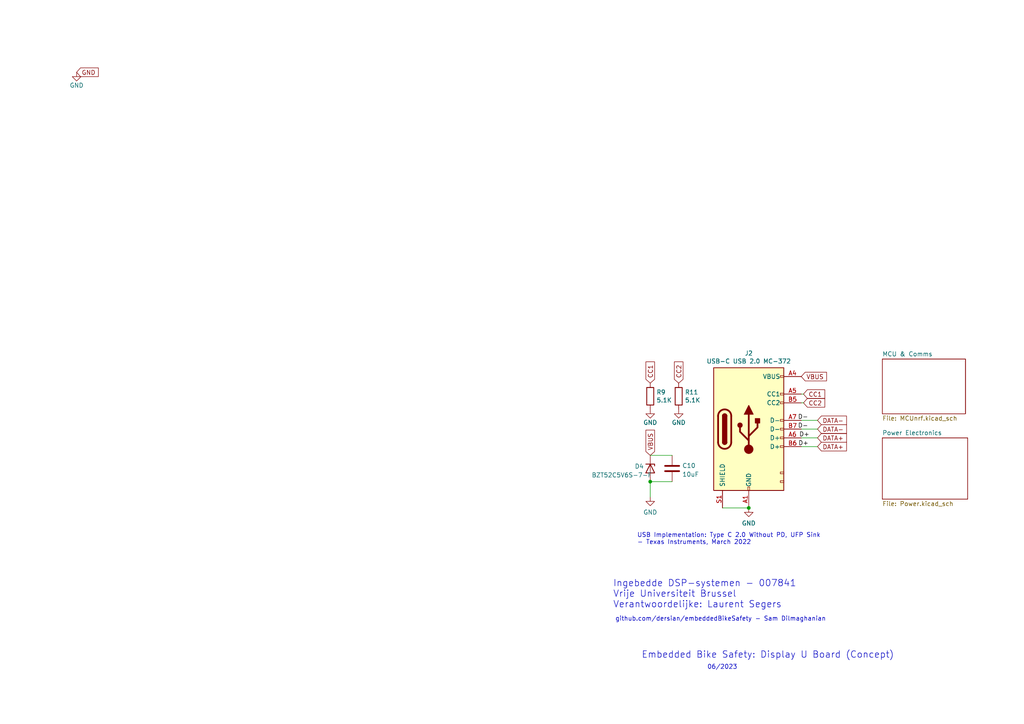
<source format=kicad_sch>
(kicad_sch (version 20230121) (generator eeschema)
  (paper "A4")
  (lib_symbols
    (symbol "Device:C" (pin_numbers hide) (pin_names (offset 0.254))
      (property "Reference" "C" (at 0.635 2.54 0))
      (property "Value" "C" (at 0.635 -2.54 0))
      (symbol "C_0_1"
        (polyline (pts (xy -2.032 -0.762) (xy 2.032 -0.762)) (stroke (width 0.508)))
        (polyline (pts (xy -2.032 0.762) (xy 2.032 0.762)) (stroke (width 0.508)))
      )
      (symbol "C_1_1"
        (pin passive line (at 0 3.81 270) (length 2.794) (name "~") (number "1"))
        (pin passive line (at 0 -3.81 90) (length 2.794) (name "~") (number "2"))
      )
    )
    (symbol "Device:D_Zener" (pin_numbers hide) (pin_names (offset 1.016) hide)
      (property "Reference" "D" (at 0 2.54 0))
      (property "Value" "D_Zener" (at 0 -2.54 0))
      (symbol "D_Zener_0_1"
        (polyline (pts (xy 1.27 0) (xy -1.27 0)))
        (polyline (pts (xy -1.27 -1.27) (xy -1.27 1.27) (xy -0.762 1.27)) (stroke (width 0.254)))
        (polyline (pts (xy 1.27 -1.27) (xy 1.27 1.27) (xy -1.27 0) (xy 1.27 -1.27)) (stroke (width 0.254)))
      )
      (symbol "D_Zener_1_1"
        (pin passive line (at -3.81 0 0) (length 2.54) (name "K") (number "1"))
        (pin passive line (at 3.81 0 180) (length 2.54) (name "A") (number "2"))
      )
    )
    (symbol "Device:R" (pin_numbers hide) (pin_names (offset 0))
      (property "Reference" "R" (at 2.032 0 90))
      (property "Value" "R" (at 0 0 90))
      (symbol "R_0_1"
        (rectangle (start -1.016 -2.54) (end 1.016 2.54) (stroke (width 0.254)))
      )
      (symbol "R_1_1"
        (pin passive line (at 0 3.81 270) (length 1.27) (name "~") (number "1"))
        (pin passive line (at 0 -3.81 90) (length 1.27) (name "~") (number "2"))
      )
    )
    (symbol "nrfmicro-rescue:GND" (power) (pin_names (offset 0))
      (property "Value" "GND" (at 0 -3.81 0))
      (symbol "GND_0_1"
        (polyline (pts (xy 0 0) (xy 0 -1.27) (xy 1.27 -1.27) (xy 0 -2.54) (xy -1.27 -1.27) (xy 0 -1.27)))
      )
      (symbol "GND_1_1"
        (pin power_in line (at 0 0 270) (length 0) hide (name "GND") (number "1"))
      )
    )
    (symbol "nrfmicro:USB_C_Receptacle_USB2.0" (pin_names (offset 1.016))
      (property "Reference" "J" (at -10.16 19.05 0))
      (property "Value" "USB_C_Receptacle_USB2.0" (at 19.05 19.05 0))
      (symbol "USB_C_Receptacle_USB2.0_0_0"
        (rectangle (start -0.254 -17.78) (end 0.254 -16.764))
        (rectangle (start 10.16 -14.986) (end 9.144 -15.494))
        (rectangle (start 10.16 -12.446) (end 9.144 -12.954))
        (rectangle (start 10.16 -4.826) (end 9.144 -5.334))
        (rectangle (start 10.16 -2.286) (end 9.144 -2.794))
        (rectangle (start 10.16 0.254) (end 9.144 -0.254))
        (rectangle (start 10.16 2.794) (end 9.144 2.286))
        (rectangle (start 10.16 7.874) (end 9.144 7.366))
        (rectangle (start 10.16 10.414) (end 9.144 9.906))
        (rectangle (start 10.16 15.494) (end 9.144 14.986))
      )
      (symbol "USB_C_Receptacle_USB2.0_0_1"
        (rectangle (start -10.16 17.78) (end 10.16 -17.78) (stroke (width 0.254)) (fill (type background)))
        (arc (start -8.89 -3.81) (mid -6.985 -5.7067) (end -5.08 -3.81) (stroke (width 0.508)))
        (arc (start -7.62 -3.81) (mid -6.985 -4.4423) (end -6.35 -3.81) (stroke (width 0.254)))
        (arc (start -7.62 -3.81) (mid -6.985 -4.4423) (end -6.35 -3.81) (stroke (width 0.254)) (fill (type outline)))
        (rectangle (start -7.62 -3.81) (end -6.35 3.81) (stroke (width 0.254)) (fill (type outline)))
        (arc (start -6.35 3.81) (mid -6.985 4.4423) (end -7.62 3.81) (stroke (width 0.254)))
        (arc (start -6.35 3.81) (mid -6.985 4.4423) (end -7.62 3.81) (stroke (width 0.254)) (fill (type outline)))
        (arc (start -5.08 3.81) (mid -6.985 5.7067) (end -8.89 3.81) (stroke (width 0.508)))
        (circle (center -2.54 1.143) (radius 0.635) (stroke (width 0.254)) (fill (type outline)))
        (circle (center 0 -5.842) (radius 1.27) (fill (type outline)))
        (polyline (pts (xy -8.89 -3.81) (xy -8.89 3.81)) (stroke (width 0.508)))
        (polyline (pts (xy -5.08 3.81) (xy -5.08 -3.81)) (stroke (width 0.508)))
        (polyline (pts (xy 0 -5.842) (xy 0 4.318)) (stroke (width 0.508)))
        (polyline (pts (xy 0 -3.302) (xy -2.54 -0.762) (xy -2.54 0.508)) (stroke (width 0.508)))
        (polyline (pts (xy 0 -2.032) (xy 2.54 0.508) (xy 2.54 1.778)) (stroke (width 0.508)))
        (polyline (pts (xy -1.27 4.318) (xy 0 6.858) (xy 1.27 4.318) (xy -1.27 4.318)) (stroke (width 0.254)) (fill (type outline)))
        (rectangle (start 1.905 1.778) (end 3.175 3.048) (stroke (width 0.254)) (fill (type outline)))
      )
      (symbol "USB_C_Receptacle_USB2.0_1_1"
        (pin power_in line (at 0 -22.86 90) (length 5.08) (name "GND") (number "A1"))
        (pin power_in line (at 15.24 15.24 180) (length 5.08) (name "VBUS") (number "A4"))
        (pin bidirectional line (at 15.24 10.16 180) (length 5.08) (name "CC1") (number "A5"))
        (pin bidirectional line (at 15.24 -2.54 180) (length 5.08) (name "D+") (number "A6"))
        (pin bidirectional line (at 15.24 2.54 180) (length 5.08) (name "D-") (number "A7"))
        (pin bidirectional line (at 15.24 7.62 180) (length 5.08) (name "CC2") (number "B5"))
        (pin bidirectional line (at 15.24 -5.08 180) (length 5.08) (name "D+") (number "B6"))
        (pin bidirectional line (at 15.24 0 180) (length 5.08) (name "D-") (number "B7"))
        (pin passive line (at -7.62 -22.86 90) (length 5.08) (name "SHIELD") (number "S1"))
      )
    )
    (symbol "power:GND" (power) (pin_names (offset 0))
      (property "Value" "GND" (at 0 -3.81 0))
      (symbol "GND_0_1"
        (polyline (pts (xy 0 0) (xy 0 -1.27) (xy 1.27 -1.27) (xy 0 -2.54) (xy -1.27 -1.27) (xy 0 -1.27)))
      )
      (symbol "GND_1_1"
        (pin power_in line (at 0 0 270) (length 0) hide (name "GND") (number "1"))
      )
    )
  )
  (junction (at 217.17 147.32))
  (junction (at 188.595 139.7))
  (wire (pts (xy 233.045 116.84) (xy 232.41 116.84)))
  (wire (pts (xy 237.109 121.92) (xy 232.41 121.92)))
  (wire (pts (xy 188.595 132.08) (xy 194.945 132.08)))
  (wire (pts (xy 237.109 129.54) (xy 232.41 129.54)))
  (wire (pts (xy 232.41 124.46) (xy 237.109 124.46)))
  (wire (pts (xy 188.595 139.7) (xy 194.945 139.7)))
  (wire (pts (xy 188.595 144.145) (xy 188.595 139.7)))
  (wire (pts (xy 233.045 114.3) (xy 232.41 114.3)))
  (wire (pts (xy 237.109 127) (xy 232.41 127)))
  (wire (pts (xy 209.55 147.32) (xy 217.17 147.32)))
  (text "github.com/dersian/embeddedBikeSafety" (at 178.435 180.34 0) (effects (font (size 1.27 1.27)) (justify left bottom)))
  (text "06/2023" (at 205.105 194.31 0) (effects (font (size 1.27 1.27)) (justify left bottom)))
  (text "Embedded Bike Safety: Display U Board (Concept)\n" (at 186.055 191.135 0) (effects (font (size 1.9 1.9)) (justify left bottom)))
  (text "Ingebedde DSP-systemen - 007841\nVrije Universiteit Brussel\nVerantwoordelijke: Laurent Segers" (at 177.8 176.53 0) (effects (font (size 1.9 1.9)) (justify left bottom)))
  (text "USB Implementation: Type C 2.0 Without PD, UFP Sink \n- Texas Instruments, March 2022\n" (at 184.785 158.115 0) (effects (font (size 1.27 1.27)) (justify left bottom)))
  (text "- Sam Dilmaghanian" (at 218.948 180.34 0) (effects (font (size 1.27 1.27)) (justify left bottom)))
  (label "D+" (at 234.569 129.54 180))
  (label "D-" (at 234.442 121.92 180))
  (label "D-" (at 234.442 124.46 180))
  (label "D+" (at 234.823 127 180))
  (global_label "CC1" (shape input) (at 188.595 111.125 90) (property "Intersheetrefs" "${INTERSHEET_REFS}" (effects hide)))
  (global_label "DATA+" (shape input) (at 237.109 129.54 0) (property "Intersheetrefs" "${INTERSHEET_REFS}" (effects hide)))
  (global_label "DATA-" (shape input) (at 237.109 121.92 0) (property "Intersheetrefs" "${INTERSHEET_REFS}" (effects hide)))
  (global_label "VBUS" (shape input) (at 188.595 132.08 90) (property "Intersheetrefs" "${INTERSHEET_REFS}" (effects hide)))
  (global_label "CC2" (shape input) (at 196.85 111.125 90) (property "Intersheetrefs" "${INTERSHEET_REFS}" (effects hide)))
  (global_label "CC1" (shape input) (at 233.045 114.3 0) (property "Intersheetrefs" "${INTERSHEET_REFS}" (effects hide)))
  (global_label "GND" (shape input) (at 22.225 20.955 0) (property "Intersheetrefs" "${INTERSHEET_REFS}" (effects hide)))
  (global_label "CC2" (shape input) (at 233.045 116.84 0) (property "Intersheetrefs" "${INTERSHEET_REFS}" (effects hide)))
  (global_label "VBUS" (shape input) (at 232.41 109.22 0) (property "Intersheetrefs" "${INTERSHEET_REFS}" (effects hide)))
  (global_label "DATA-" (shape input) (at 237.109 124.46 0) (property "Intersheetrefs" "${INTERSHEET_REFS}" (effects hide)))
  (global_label "DATA+" (shape input) (at 237.109 127 0) (property "Intersheetrefs" "${INTERSHEET_REFS}" (effects hide)))
  (symbol (lib_id "nrfmicro:USB_C_Receptacle_USB2.0") (at 217.17 124.46 0) (unit 1)
    (property "Reference" "J2" (at 217.17 102.4636 0))
    (property "Value" "USB-C USB 2.0 MC-372" (at 217.17 104.775 0))
    (property "Footprint" "VUBRacing_ELO:USB C 2.0 MC 772" (effects hide))
    (property "Datasheet" "https://www.usb.org/sites/default/files/documents/usb_type-c.zip" (effects hide))
  )
  (symbol (lib_id "Device:C") (at 194.945 135.89 0) (unit 1)
    (property "Reference" "C10" (at 197.866 135.0553 0) (effects (justify left)))
    (property "Value" "10uF" (at 197.866 137.5922 0) (effects (justify left)))
    (property "Footprint" "Capacitor_SMD:C_0603_1608Metric_Pad1.08x0.95mm_HandSolder" (effects hide))
  )
  (symbol (lib_id "Device:R") (at 188.595 114.935 0) (unit 1)
    (property "Reference" "R9" (at 190.373 113.7666 0) (effects (justify left)))
    (property "Value" "5.1K" (at 190.373 116.078 0) (effects (justify left)))
    (property "Footprint" "Resistor_SMD:R_0603_1608Metric" (effects hide))
  )
  (symbol (lib_id "power:GND") (at 22.225 20.955 0) (unit 1)
    (property "Reference" "#PWR027" (effects hide))
    (property "Value" "GND" (at 22.225 24.765 0))
  )
  (symbol (lib_id "Device:D_Zener") (at 188.595 135.89 270) (unit 1)
    (property "Reference" "D4" (at 185.42 135.255 90))
    (property "Value" "BZT52C5V6S-7-F" (at 180.34 137.795 90))
    (property "Footprint" "Diode_SMD:D_SOD-323F" (effects hide))
  )
  (symbol (lib_id "power:GND") (at 217.17 147.32 0) (unit 1)
    (property "Reference" "#PWR037" (effects hide))
    (property "Value" "GND" (at 217.17 151.7634 0))
  )
  (symbol (lib_id "Device:R") (at 196.85 114.935 0) (unit 1)
    (property "Reference" "R11" (at 198.628 113.7666 0) (effects (justify left)))
    (property "Value" "5.1K" (at 198.628 116.078 0) (effects (justify left)))
    (property "Footprint" "Resistor_SMD:R_0603_1608Metric" (effects hide))
  )
  (symbol (lib_id "nrfmicro-rescue:GND") (at 196.85 118.745 0) (unit 1)
    (property "Reference" "#PWR02" (effects hide))
    (property "Value" "GND" (at 196.85 122.555 0))
  )
  (symbol (lib_id "power:GND") (at 188.595 144.145 0) (unit 1)
    (property "Reference" "#PWR047" (effects hide))
    (property "Value" "GND" (at 188.595 148.5884 0))
  )
  (symbol (lib_id "nrfmicro-rescue:GND") (at 188.595 118.745 0) (unit 1)
    (property "Reference" "#PWR01" (effects hide))
    (property "Value" "GND" (at 188.595 122.555 0))
  )
  (sheet (at 255.905 104.14) (size 24.13 15.875) (stroke (width 0.1524))
    (property "Sheetname" "MCU & Comms" (at 255.905 103.4284 0) (effects (justify left bottom)))
    (property "Sheetfile" "MCUnrf.kicad_sch" (at 255.905 120.5996 0) (effects (justify left top)))
  )
  (sheet (at 255.905 127) (size 24.765 17.78) (stroke (width 0.1524))
    (property "Sheetname" "Power Electronics" (at 255.905 126.2884 0) (effects (justify left bottom)))
    (property "Sheetfile" "Power.kicad_sch" (at 255.905 145.3646 0) (effects (justify left top)))
  )
)
</source>
